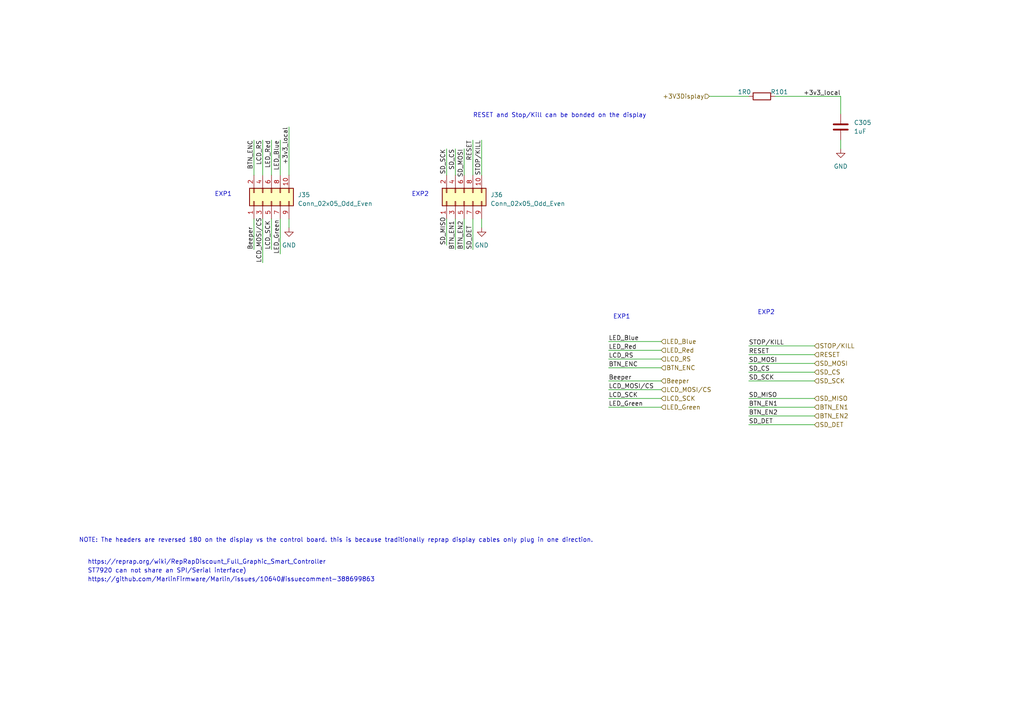
<source format=kicad_sch>
(kicad_sch (version 20230121) (generator eeschema)
  (paper "A4")
  (lib_symbols
    (symbol "Connector_Generic:Conn_02x05_Odd_Even" (pin_names (offset 1.016) hide)
      (property "Reference" "J" (at 1.27 7.62 0))
      (property "Value" "Conn_02x05_Odd_Even" (at 1.27 -7.62 0))
      (symbol "Conn_02x05_Odd_Even_1_1"
        (rectangle (start -1.27 -4.953) (end 0 -5.207) (stroke (width 0.1524)))
        (rectangle (start -1.27 -2.413) (end 0 -2.667) (stroke (width 0.1524)))
        (rectangle (start -1.27 0.127) (end 0 -0.127) (stroke (width 0.1524)))
        (rectangle (start -1.27 2.667) (end 0 2.413) (stroke (width 0.1524)))
        (rectangle (start -1.27 5.207) (end 0 4.953) (stroke (width 0.1524)))
        (rectangle (start -1.27 6.35) (end 3.81 -6.35) (stroke (width 0.254)) (fill (type background)))
        (rectangle (start 3.81 -4.953) (end 2.54 -5.207) (stroke (width 0.1524)))
        (rectangle (start 3.81 -2.413) (end 2.54 -2.667) (stroke (width 0.1524)))
        (rectangle (start 3.81 0.127) (end 2.54 -0.127) (stroke (width 0.1524)))
        (rectangle (start 3.81 2.667) (end 2.54 2.413) (stroke (width 0.1524)))
        (rectangle (start 3.81 5.207) (end 2.54 4.953) (stroke (width 0.1524)))
        (pin passive line (at -5.08 5.08 0) (length 3.81) (name "Pin_1") (number "1"))
        (pin passive line (at 7.62 -5.08 180) (length 3.81) (name "Pin_10") (number "10"))
        (pin passive line (at 7.62 5.08 180) (length 3.81) (name "Pin_2") (number "2"))
        (pin passive line (at -5.08 2.54 0) (length 3.81) (name "Pin_3") (number "3"))
        (pin passive line (at 7.62 2.54 180) (length 3.81) (name "Pin_4") (number "4"))
        (pin passive line (at -5.08 0 0) (length 3.81) (name "Pin_5") (number "5"))
        (pin passive line (at 7.62 0 180) (length 3.81) (name "Pin_6") (number "6"))
        (pin passive line (at -5.08 -2.54 0) (length 3.81) (name "Pin_7") (number "7"))
        (pin passive line (at 7.62 -2.54 180) (length 3.81) (name "Pin_8") (number "8"))
        (pin passive line (at -5.08 -5.08 0) (length 3.81) (name "Pin_9") (number "9"))
      )
    )
    (symbol "Device:C" (pin_numbers hide) (pin_names (offset 0.254))
      (property "Reference" "C" (at 0.635 2.54 0))
      (property "Value" "C" (at 0.635 -2.54 0))
      (symbol "C_0_1"
        (polyline (pts (xy -2.032 -0.762) (xy 2.032 -0.762)) (stroke (width 0.508)))
        (polyline (pts (xy -2.032 0.762) (xy 2.032 0.762)) (stroke (width 0.508)))
      )
      (symbol "C_1_1"
        (pin passive line (at 0 3.81 270) (length 2.794) (name "~") (number "1"))
        (pin passive line (at 0 -3.81 90) (length 2.794) (name "~") (number "2"))
      )
    )
    (symbol "Device:R" (pin_numbers hide) (pin_names (offset 0))
      (property "Reference" "R" (at 2.032 0 90))
      (property "Value" "R" (at 0 0 90))
      (symbol "R_0_1"
        (rectangle (start -1.016 -2.54) (end 1.016 2.54) (stroke (width 0.254)))
      )
      (symbol "R_1_1"
        (pin passive line (at 0 3.81 270) (length 1.27) (name "~") (number "1"))
        (pin passive line (at 0 -3.81 90) (length 1.27) (name "~") (number "2"))
      )
    )
    (symbol "GND_5" (power) (pin_names (offset 0))
      (property "Value" "GND_5" (at 0 -3.81 0))
      (symbol "GND_5_0_1"
        (polyline (pts (xy 0 0) (xy 0 -1.27) (xy 1.27 -1.27) (xy 0 -2.54) (xy -1.27 -1.27) (xy 0 -1.27)))
      )
      (symbol "GND_5_1_1"
        (pin power_in line (at 0 0 270) (length 0) hide (name "GND") (number "1"))
      )
    )
  )
  (wire (pts (xy 205.74 27.94) (xy 217.17 27.94)))
  (wire (pts (xy 236.22 120.65) (xy 217.17 120.65)))
  (wire (pts (xy 83.82 36.83) (xy 83.82 50.8)))
  (wire (pts (xy 81.28 63.5) (xy 81.28 73.66)))
  (wire (pts (xy 132.08 63.5) (xy 132.08 72.39)))
  (wire (pts (xy 243.84 40.64) (xy 243.84 43.18)))
  (wire (pts (xy 139.7 63.5) (xy 139.7 66.04)))
  (wire (pts (xy 78.74 63.5) (xy 78.74 72.39)))
  (wire (pts (xy 176.53 101.6) (xy 191.77 101.6)))
  (wire (pts (xy 236.22 118.11) (xy 217.17 118.11)))
  (wire (pts (xy 81.28 40.64) (xy 81.28 50.8)))
  (wire (pts (xy 191.77 115.57) (xy 176.53 115.57)))
  (wire (pts (xy 217.17 105.41) (xy 236.22 105.41)))
  (wire (pts (xy 129.54 63.5) (xy 129.54 71.12)))
  (wire (pts (xy 137.16 40.64) (xy 137.16 50.8)))
  (wire (pts (xy 217.17 102.87) (xy 236.22 102.87)))
  (wire (pts (xy 224.79 27.94) (xy 243.84 27.94)))
  (wire (pts (xy 236.22 115.57) (xy 217.17 115.57)))
  (wire (pts (xy 243.84 27.94) (xy 243.84 33.02)))
  (wire (pts (xy 176.53 99.06) (xy 191.77 99.06)))
  (wire (pts (xy 134.62 43.18) (xy 134.62 50.8)))
  (wire (pts (xy 217.17 110.49) (xy 236.22 110.49)))
  (wire (pts (xy 73.66 63.5) (xy 73.66 72.39)))
  (wire (pts (xy 191.77 113.03) (xy 176.53 113.03)))
  (wire (pts (xy 132.08 43.18) (xy 132.08 50.8)))
  (wire (pts (xy 176.53 104.14) (xy 191.77 104.14)))
  (wire (pts (xy 191.77 118.11) (xy 176.53 118.11)))
  (wire (pts (xy 76.2 63.5) (xy 76.2 76.2)))
  (wire (pts (xy 78.74 40.64) (xy 78.74 50.8)))
  (wire (pts (xy 76.2 40.64) (xy 76.2 50.8)))
  (wire (pts (xy 217.17 107.95) (xy 236.22 107.95)))
  (wire (pts (xy 191.77 110.49) (xy 176.53 110.49)))
  (wire (pts (xy 83.82 63.5) (xy 83.82 66.04)))
  (wire (pts (xy 73.66 40.64) (xy 73.66 50.8)))
  (wire (pts (xy 137.16 63.5) (xy 137.16 72.39)))
  (wire (pts (xy 134.62 63.5) (xy 134.62 72.39)))
  (wire (pts (xy 139.7 40.64) (xy 139.7 50.8)))
  (wire (pts (xy 176.53 106.68) (xy 191.77 106.68)))
  (wire (pts (xy 236.22 123.19) (xy 217.17 123.19)))
  (wire (pts (xy 217.17 100.33) (xy 236.22 100.33)))
  (wire (pts (xy 129.54 43.18) (xy 129.54 50.8)))
  (text "RESET and Stop/Kill can be bonded on the display" (at 137.16 34.29 0) (effects (font (size 1.27 1.27)) (justify left bottom)))
  (text "EXP2" (at 219.71 91.44 0) (effects (font (size 1.27 1.27)) (justify left bottom)))
  (text "https://reprap.org/wiki/RepRapDiscount_Full_Graphic_Smart_Controller" (at 25.4 163.83 0) (effects (font (size 1.27 1.27)) (justify left bottom)))
  (text "EXP1\n" (at 177.8 92.71 0) (effects (font (size 1.27 1.27)) (justify left bottom)))
  (text "EXP1\n" (at 62.23 57.15 0) (effects (font (size 1.27 1.27)) (justify left bottom)))
  (text "ST7920 can not share an SPI/Serial interface)" (at 25.4 166.37 0) (effects (font (size 1.27 1.27)) (justify left bottom)))
  (text "https://github.com/MarlinFirmware/Marlin/issues/10640#issuecomment-388699863" (at 25.4 168.91 0) (effects (font (size 1.27 1.27)) (justify left bottom)))
  (text "EXP2" (at 119.38 57.15 0) (effects (font (size 1.27 1.27)) (justify left bottom)))
  (text "NOTE: The headers are reversed 180 on the display vs the control board. this is because traditionally reprap display cables only plug in one direction. " (at 22.86 157.48 0) (effects (font (size 1.27 1.27)) (justify left bottom)))
  (label "SD_DET" (at 217.17 123.19 0))
  (label "SD_MISO" (at 129.54 71.12 90))
  (label "BTN_EN2" (at 134.62 72.39 90))
  (label "BTN_ENC" (at 73.66 40.64 270))
  (label "LCD_MOSI{slash}CS" (at 76.2 76.2 90))
  (label "SD_MISO" (at 217.17 115.57 0))
  (label "SD_MOSI" (at 217.17 105.41 0))
  (label "SD_SCK" (at 129.54 43.18 270))
  (label "STOP{slash}KILL" (at 217.17 100.33 0))
  (label "RESET" (at 137.16 40.64 270))
  (label "SD_SCK" (at 217.17 110.49 0))
  (label "STOP{slash}KILL" (at 139.7 40.64 270))
  (label "BTN_ENC" (at 176.53 106.68 0))
  (label "LED_Blue" (at 176.53 99.06 0))
  (label "Beeper" (at 73.66 72.39 90))
  (label "SD_CS" (at 217.17 107.95 0))
  (label "LED_Red" (at 176.53 101.6 0))
  (label "LCD_SCK" (at 78.74 72.39 90))
  (label "SD_MOSI" (at 134.62 43.18 270))
  (label "LED_Blue" (at 81.28 40.64 270))
  (label "LED_Green" (at 176.53 118.11 0))
  (label "LCD_MOSI{slash}CS" (at 176.53 113.03 0))
  (label "BTN_EN1" (at 217.17 118.11 0))
  (label "RESET" (at 217.17 102.87 0))
  (label "BTN_EN1" (at 132.08 72.39 90))
  (label "LED_Green" (at 81.28 73.66 90))
  (label "BTN_EN2" (at 217.17 120.65 0))
  (label "+3v3_local" (at 243.84 27.94 180))
  (label "+3v3_local" (at 83.82 36.83 270))
  (label "SD_CS" (at 132.08 43.18 270))
  (label "LCD_RS" (at 76.2 40.64 270))
  (label "LED_Red" (at 78.74 40.64 270))
  (label "Beeper" (at 176.53 110.49 0))
  (label "LCD_SCK" (at 176.53 115.57 0))
  (label "SD_DET" (at 137.16 72.39 90))
  (label "LCD_RS" (at 176.53 104.14 0))
  (hierarchical_label "LED_Red" (shape input) (at 191.77 101.6 0))
  (hierarchical_label "SD_CS" (shape input) (at 236.22 107.95 0))
  (hierarchical_label "SD_MOSI" (shape input) (at 236.22 105.41 0))
  (hierarchical_label "Beeper" (shape input) (at 191.77 110.49 0))
  (hierarchical_label "STOP{slash}KILL" (shape input) (at 236.22 100.33 0))
  (hierarchical_label "BTN_EN1" (shape input) (at 236.22 118.11 0))
  (hierarchical_label "LCD_SCK" (shape input) (at 191.77 115.57 0))
  (hierarchical_label "RESET" (shape input) (at 236.22 102.87 0))
  (hierarchical_label "LED_Green" (shape input) (at 191.77 118.11 0))
  (hierarchical_label "BTN_EN2" (shape input) (at 236.22 120.65 0))
  (hierarchical_label "LCD_MOSI{slash}CS" (shape input) (at 191.77 113.03 0))
  (hierarchical_label "LCD_RS" (shape input) (at 191.77 104.14 0))
  (hierarchical_label "BTN_ENC" (shape input) (at 191.77 106.68 0))
  (hierarchical_label "SD_SCK" (shape input) (at 236.22 110.49 0))
  (hierarchical_label "LED_Blue" (shape input) (at 191.77 99.06 0))
  (hierarchical_label "+3V3Display" (shape input) (at 205.74 27.94 180))
  (hierarchical_label "SD_MISO" (shape input) (at 236.22 115.57 0))
  (hierarchical_label "SD_DET" (shape input) (at 236.22 123.19 0))
  (symbol (lib_id "Connector_Generic:Conn_02x05_Odd_Even") (at 134.62 58.42 90) (unit 1)
    (property "Reference" "J36" (at 142.24 56.515 90) (effects (justify right)))
    (property "Value" "Conn_02x05_Odd_Even" (at 142.24 59.055 90) (effects (justify right)))
    (property "Footprint" "Connector_PinHeader_2.54mm:PinHeader_2x05_P2.54mm_Vertical" (effects hide))
    (property "Datasheet" "https://www.we-online.com/catalog/datasheet/61201021621.pdf" (effects hide))
    (property "AssemblyType" "HAND" (effects hide))
    (property "Cost" "0.48" (effects hide))
    (property "Description" "2.54mm Box 10Pin Male Straight" (effects hide))
    (property "Distributor 2" "Mouser" (effects hide))
    (property "Distributor 2 PN" "710-61201021621" (effects hide))
    (property "MPN" "61201021621" (effects hide))
    (property "Manufacturer" "Wurth" (effects hide))
    (property "Distributor 1" "JLCPCB" (effects hide))
    (property "Distributor 1 PN" "C5665" (effects hide))
  )
  (symbol (lib_id "Device:C") (at 243.84 36.83 0) (unit 1)
    (property "Reference" "C305" (at 247.65 35.5599 0) (effects (justify left)))
    (property "Value" "1uF" (at 247.65 38.0999 0) (effects (justify left)))
    (property "Footprint" "Capacitor_SMD:C_0603_1608Metric_Pad1.08x0.95mm_HandSolder" (effects hide))
    (property "Datasheet" "CC0603JRX7R9BB104.pdf" (effects hide))
    (property "AssemblyType" "SMT" (effects hide))
    (property "Distributor 1" "JLCPCB" (effects hide))
    (property "Distributor 1 PN" "C91183" (effects hide))
    (property "Cost" "0.0037" (effects hide))
    (property "MPN" "CC0603JRX7R9BB104" (effects hide))
    (property "Manufacturer" "YAGEO" (effects hide))
    (property "LongLead" "NO" (effects hide))
    (property "Description" "50V 1uF ±5% 0603 Multilayer Ceramic Ca" (effects hide))
    (instances (project "fan_I2C" (path "" (reference "C305") (unit 1))) (project "Control_1v1" (path "" (reference "C16") (unit 1)) (path "" (reference "C24") (unit 1))))
  )
  (symbol (lib_id "Connector_Generic:Conn_02x05_Odd_Even") (at 78.74 58.42 90) (unit 1)
    (property "Reference" "J35" (at 86.36 56.515 90) (effects (justify right)))
    (property "Value" "Conn_02x05_Odd_Even" (at 86.36 59.055 90) (effects (justify right)))
    (property "Footprint" "Connector_PinHeader_2.54mm:PinHeader_2x05_P2.54mm_Vertical" (effects hide))
    (property "Datasheet" "https://www.we-online.com/catalog/datasheet/61201021621.pdf" (effects hide))
    (property "AssemblyType" "HAND" (effects hide))
    (property "Cost" "0.48" (effects hide))
    (property "Description" "2.54mm Box 10Pin Male Straight" (effects hide))
    (property "Distributor 2" "Mouser" (effects hide))
    (property "Distributor 2 PN" "710-61201021621" (effects hide))
    (property "MPN" "61201021621" (effects hide))
    (property "Manufacturer" "Wurth" (effects hide))
    (property "Distributor 1" "JLCPCB" (effects hide))
    (property "Distributor 1 PN" "C5665" (effects hide))
  )
  (symbol (lib_name "GND_5") (lib_id "power:GND") (at 243.84 43.18 0) (unit 1)
    (property "Reference" "#PWR0307" (effects hide))
    (property "Value" "GND" (at 243.84 48.26 0))
    (instances (project "fan_I2C" (path "" (reference "#PWR0307") (unit 1))) (project "Control_1v1" (path "" (reference "#PWR063") (unit 1)) (path "" (reference "#PWR0102") (unit 1))))
  )
  (symbol (lib_name "GND_5") (lib_id "power:GND") (at 83.82 66.04 0) (unit 1)
    (property "Reference" "#PWR0307" (effects hide))
    (property "Value" "GND" (at 83.82 71.12 0))
    (instances (project "fan_I2C" (path "" (reference "#PWR0307") (unit 1))) (project "Control_1v1" (path "" (reference "#PWR063") (unit 1)) (path "" (reference "#PWR0103") (unit 1))))
  )
  (symbol (lib_id "Device:R") (at 220.98 27.94 270) (unit 1)
    (property "Reference" "R101" (at 226.06 26.67 90))
    (property "Value" "1R0" (at 215.9 26.67 90))
    (property "Footprint" "Resistor_SMD:R_0603_1608Metric_Pad0.98x0.95mm_HandSolder" (effects hide))
    (property "Distributor 1" "JLCPCB" (effects hide))
    (property "Distributor 1 PN" "C269434" (effects hide))
    (property "Manufacturer" "TyoHM" (effects hide))
    (property "MPN" "RMC060315%N" (effects hide))
    (property "Description" "0.1W ±5% 1Ω 0603 Chip Resistor - Surface Mount ROHS" (effects hide))
    (property "AssemblyType" "SMT" (effects hide))
    (property "Cost" "0.0015" (effects hide))
    (property "LongLead" "NO" (effects hide))
    (instances (project "GeneralPurposeAlarmDevicePCB" (path "" (reference "R101") (unit 1))) (project "Control_1v1" (path "" (reference "R9") (unit 1)) (path "" (reference "R144") (unit 1)) (path "" (reference "R7") (unit 1)) (path "" (reference "R20") (unit 1)) (path "" (reference "R161") (unit 1))))
  )
  (symbol (lib_name "GND_5") (lib_id "power:GND") (at 139.7 66.04 0) (unit 1)
    (property "Reference" "#PWR0307" (effects hide))
    (property "Value" "GND" (at 139.7 71.12 0))
    (instances (project "fan_I2C" (path "" (reference "#PWR0307") (unit 1))) (project "Control_1v1" (path "" (reference "#PWR063") (unit 1)) (path "" (reference "#PWR0104") (unit 1))))
  )
)
</source>
